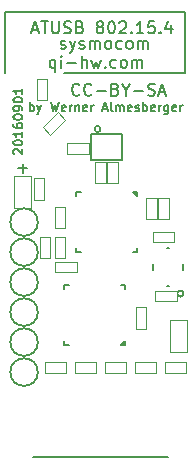
<source format=gbr>
G04 #@! TF.FileFunction,Legend,Top*
%FSLAX46Y46*%
G04 Gerber Fmt 4.6, Leading zero omitted, Abs format (unit mm)*
G04 Created by KiCad (PCBNEW 4.1.0-alpha+201608211231+7083~46~ubuntu16.04.1-product) date Thu Sep  1 10:22:21 2016*
%MOMM*%
%LPD*%
G01*
G04 APERTURE LIST*
%ADD10C,0.100000*%
%ADD11C,0.177800*%
%ADD12C,0.127000*%
%ADD13C,0.152400*%
%ADD14C,0.076200*%
%ADD15O,2.001520X2.001520*%
%ADD16R,0.800100X0.347980*%
%ADD17R,0.800100X0.345440*%
%ADD18R,0.899160X0.701040*%
%ADD19R,0.599440X0.500380*%
%ADD20R,0.500380X0.599440*%
%ADD21R,1.201420X2.202180*%
%ADD22R,1.198880X2.202180*%
%ADD23O,1.998980X4.998720*%
%ADD24C,1.150620*%
%ADD25O,1.524000X1.524000*%
%ADD26R,0.688340X0.261620*%
%ADD27R,0.688340X0.259080*%
%ADD28R,0.261620X0.688340*%
%ADD29R,0.259080X0.688340*%
%ADD30R,3.698240X3.698240*%
%ADD31R,3.398520X3.398520*%
%ADD32R,1.201420X1.399540*%
G04 APERTURE END LIST*
D10*
D11*
X4745666Y34533762D02*
X4842428Y34485381D01*
X5035952Y34485381D01*
X5132714Y34533762D01*
X5181095Y34630524D01*
X5181095Y34678905D01*
X5132714Y34775667D01*
X5035952Y34824048D01*
X4890809Y34824048D01*
X4794047Y34872429D01*
X4745666Y34969191D01*
X4745666Y35017572D01*
X4794047Y35114334D01*
X4890809Y35162715D01*
X5035952Y35162715D01*
X5132714Y35114334D01*
X5519761Y35162715D02*
X5761666Y34485381D01*
X6003571Y35162715D02*
X5761666Y34485381D01*
X5664904Y34243477D01*
X5616523Y34195096D01*
X5519761Y34146715D01*
X6342238Y34533762D02*
X6439000Y34485381D01*
X6632523Y34485381D01*
X6729285Y34533762D01*
X6777666Y34630524D01*
X6777666Y34678905D01*
X6729285Y34775667D01*
X6632523Y34824048D01*
X6487380Y34824048D01*
X6390619Y34872429D01*
X6342238Y34969191D01*
X6342238Y35017572D01*
X6390619Y35114334D01*
X6487380Y35162715D01*
X6632523Y35162715D01*
X6729285Y35114334D01*
X7213095Y34485381D02*
X7213095Y35162715D01*
X7213095Y35065953D02*
X7261476Y35114334D01*
X7358238Y35162715D01*
X7503380Y35162715D01*
X7600142Y35114334D01*
X7648523Y35017572D01*
X7648523Y34485381D01*
X7648523Y35017572D02*
X7696904Y35114334D01*
X7793666Y35162715D01*
X7938809Y35162715D01*
X8035571Y35114334D01*
X8083952Y35017572D01*
X8083952Y34485381D01*
X8712904Y34485381D02*
X8616142Y34533762D01*
X8567761Y34582143D01*
X8519380Y34678905D01*
X8519380Y34969191D01*
X8567761Y35065953D01*
X8616142Y35114334D01*
X8712904Y35162715D01*
X8858047Y35162715D01*
X8954809Y35114334D01*
X9003190Y35065953D01*
X9051571Y34969191D01*
X9051571Y34678905D01*
X9003190Y34582143D01*
X8954809Y34533762D01*
X8858047Y34485381D01*
X8712904Y34485381D01*
X9922428Y34533762D02*
X9825666Y34485381D01*
X9632142Y34485381D01*
X9535380Y34533762D01*
X9487000Y34582143D01*
X9438619Y34678905D01*
X9438619Y34969191D01*
X9487000Y35065953D01*
X9535380Y35114334D01*
X9632142Y35162715D01*
X9825666Y35162715D01*
X9922428Y35114334D01*
X10503000Y34485381D02*
X10406238Y34533762D01*
X10357857Y34582143D01*
X10309476Y34678905D01*
X10309476Y34969191D01*
X10357857Y35065953D01*
X10406238Y35114334D01*
X10503000Y35162715D01*
X10648142Y35162715D01*
X10744904Y35114334D01*
X10793285Y35065953D01*
X10841666Y34969191D01*
X10841666Y34678905D01*
X10793285Y34582143D01*
X10744904Y34533762D01*
X10648142Y34485381D01*
X10503000Y34485381D01*
X11277095Y34485381D02*
X11277095Y35162715D01*
X11277095Y35065953D02*
X11325476Y35114334D01*
X11422238Y35162715D01*
X11567380Y35162715D01*
X11664142Y35114334D01*
X11712523Y35017572D01*
X11712523Y34485381D01*
X11712523Y35017572D02*
X11760904Y35114334D01*
X11857666Y35162715D01*
X12002809Y35162715D01*
X12099571Y35114334D01*
X12147952Y35017572D01*
X12147952Y34485381D01*
D12*
X1143000Y24384000D02*
X1905000Y24384000D01*
X1524000Y24003000D02*
X1524000Y24765000D01*
X8128000Y27686000D02*
G75*
G03X8128000Y27686000I-254000J0D01*
G01*
D13*
X2147388Y29200566D02*
X2147388Y29962566D01*
X2147388Y29672280D02*
X2219960Y29708566D01*
X2365102Y29708566D01*
X2437674Y29672280D01*
X2473960Y29635995D01*
X2510245Y29563423D01*
X2510245Y29345709D01*
X2473960Y29273138D01*
X2437674Y29236852D01*
X2365102Y29200566D01*
X2219960Y29200566D01*
X2147388Y29236852D01*
X2764245Y29708566D02*
X2945674Y29200566D01*
X3127102Y29708566D02*
X2945674Y29200566D01*
X2873102Y29019138D01*
X2836817Y28982852D01*
X2764245Y28946566D01*
X3925388Y29962566D02*
X4106817Y29200566D01*
X4251960Y29744852D01*
X4397102Y29200566D01*
X4578531Y29962566D01*
X5159102Y29236852D02*
X5086531Y29200566D01*
X4941388Y29200566D01*
X4868817Y29236852D01*
X4832531Y29309423D01*
X4832531Y29599709D01*
X4868817Y29672280D01*
X4941388Y29708566D01*
X5086531Y29708566D01*
X5159102Y29672280D01*
X5195388Y29599709D01*
X5195388Y29527138D01*
X4832531Y29454566D01*
X5521960Y29200566D02*
X5521960Y29708566D01*
X5521960Y29563423D02*
X5558245Y29635995D01*
X5594531Y29672280D01*
X5667102Y29708566D01*
X5739674Y29708566D01*
X5993674Y29708566D02*
X5993674Y29200566D01*
X5993674Y29635995D02*
X6029960Y29672280D01*
X6102531Y29708566D01*
X6211388Y29708566D01*
X6283960Y29672280D01*
X6320245Y29599709D01*
X6320245Y29200566D01*
X6973388Y29236852D02*
X6900817Y29200566D01*
X6755674Y29200566D01*
X6683102Y29236852D01*
X6646817Y29309423D01*
X6646817Y29599709D01*
X6683102Y29672280D01*
X6755674Y29708566D01*
X6900817Y29708566D01*
X6973388Y29672280D01*
X7009674Y29599709D01*
X7009674Y29527138D01*
X6646817Y29454566D01*
X7336245Y29200566D02*
X7336245Y29708566D01*
X7336245Y29563423D02*
X7372531Y29635995D01*
X7408817Y29672280D01*
X7481388Y29708566D01*
X7553960Y29708566D01*
X8352245Y29418280D02*
X8715102Y29418280D01*
X8279674Y29200566D02*
X8533674Y29962566D01*
X8787674Y29200566D01*
X9150531Y29200566D02*
X9077960Y29236852D01*
X9041674Y29309423D01*
X9041674Y29962566D01*
X9440817Y29200566D02*
X9440817Y29708566D01*
X9440817Y29635995D02*
X9477102Y29672280D01*
X9549674Y29708566D01*
X9658531Y29708566D01*
X9731102Y29672280D01*
X9767388Y29599709D01*
X9767388Y29200566D01*
X9767388Y29599709D02*
X9803674Y29672280D01*
X9876245Y29708566D01*
X9985102Y29708566D01*
X10057674Y29672280D01*
X10093960Y29599709D01*
X10093960Y29200566D01*
X10747102Y29236852D02*
X10674531Y29200566D01*
X10529388Y29200566D01*
X10456817Y29236852D01*
X10420531Y29309423D01*
X10420531Y29599709D01*
X10456817Y29672280D01*
X10529388Y29708566D01*
X10674531Y29708566D01*
X10747102Y29672280D01*
X10783388Y29599709D01*
X10783388Y29527138D01*
X10420531Y29454566D01*
X11073674Y29236852D02*
X11146245Y29200566D01*
X11291388Y29200566D01*
X11363960Y29236852D01*
X11400245Y29309423D01*
X11400245Y29345709D01*
X11363960Y29418280D01*
X11291388Y29454566D01*
X11182531Y29454566D01*
X11109960Y29490852D01*
X11073674Y29563423D01*
X11073674Y29599709D01*
X11109960Y29672280D01*
X11182531Y29708566D01*
X11291388Y29708566D01*
X11363960Y29672280D01*
X11726817Y29200566D02*
X11726817Y29962566D01*
X11726817Y29672280D02*
X11799388Y29708566D01*
X11944531Y29708566D01*
X12017102Y29672280D01*
X12053388Y29635995D01*
X12089674Y29563423D01*
X12089674Y29345709D01*
X12053388Y29273138D01*
X12017102Y29236852D01*
X11944531Y29200566D01*
X11799388Y29200566D01*
X11726817Y29236852D01*
X12706531Y29236852D02*
X12633960Y29200566D01*
X12488817Y29200566D01*
X12416245Y29236852D01*
X12379960Y29309423D01*
X12379960Y29599709D01*
X12416245Y29672280D01*
X12488817Y29708566D01*
X12633960Y29708566D01*
X12706531Y29672280D01*
X12742817Y29599709D01*
X12742817Y29527138D01*
X12379960Y29454566D01*
X13069388Y29200566D02*
X13069388Y29708566D01*
X13069388Y29563423D02*
X13105674Y29635995D01*
X13141960Y29672280D01*
X13214531Y29708566D01*
X13287102Y29708566D01*
X13867674Y29708566D02*
X13867674Y29091709D01*
X13831388Y29019138D01*
X13795102Y28982852D01*
X13722531Y28946566D01*
X13613674Y28946566D01*
X13541102Y28982852D01*
X13867674Y29236852D02*
X13795102Y29200566D01*
X13649960Y29200566D01*
X13577388Y29236852D01*
X13541102Y29273138D01*
X13504817Y29345709D01*
X13504817Y29563423D01*
X13541102Y29635995D01*
X13577388Y29672280D01*
X13649960Y29708566D01*
X13795102Y29708566D01*
X13867674Y29672280D01*
X14520817Y29236852D02*
X14448245Y29200566D01*
X14303102Y29200566D01*
X14230531Y29236852D01*
X14194245Y29309423D01*
X14194245Y29599709D01*
X14230531Y29672280D01*
X14303102Y29708566D01*
X14448245Y29708566D01*
X14520817Y29672280D01*
X14557102Y29599709D01*
X14557102Y29527138D01*
X14194245Y29454566D01*
X14883674Y29200566D02*
X14883674Y29708566D01*
X14883674Y29563423D02*
X14919960Y29635995D01*
X14956245Y29672280D01*
X15028817Y29708566D01*
X15101388Y29708566D01*
D11*
X6337904Y30625143D02*
X6289523Y30576762D01*
X6144380Y30528381D01*
X6047619Y30528381D01*
X5902476Y30576762D01*
X5805714Y30673524D01*
X5757333Y30770286D01*
X5708952Y30963810D01*
X5708952Y31108953D01*
X5757333Y31302477D01*
X5805714Y31399239D01*
X5902476Y31496000D01*
X6047619Y31544381D01*
X6144380Y31544381D01*
X6289523Y31496000D01*
X6337904Y31447620D01*
X7353904Y30625143D02*
X7305523Y30576762D01*
X7160380Y30528381D01*
X7063619Y30528381D01*
X6918476Y30576762D01*
X6821714Y30673524D01*
X6773333Y30770286D01*
X6724952Y30963810D01*
X6724952Y31108953D01*
X6773333Y31302477D01*
X6821714Y31399239D01*
X6918476Y31496000D01*
X7063619Y31544381D01*
X7160380Y31544381D01*
X7305523Y31496000D01*
X7353904Y31447620D01*
X7789333Y30915429D02*
X8563428Y30915429D01*
X9385904Y31060572D02*
X9531047Y31012191D01*
X9579428Y30963810D01*
X9627809Y30867048D01*
X9627809Y30721905D01*
X9579428Y30625143D01*
X9531047Y30576762D01*
X9434285Y30528381D01*
X9047238Y30528381D01*
X9047238Y31544381D01*
X9385904Y31544381D01*
X9482666Y31496000D01*
X9531047Y31447620D01*
X9579428Y31350858D01*
X9579428Y31254096D01*
X9531047Y31157334D01*
X9482666Y31108953D01*
X9385904Y31060572D01*
X9047238Y31060572D01*
X10256761Y31012191D02*
X10256761Y30528381D01*
X9918095Y31544381D02*
X10256761Y31012191D01*
X10595428Y31544381D01*
X10934095Y30915429D02*
X11708190Y30915429D01*
X12143619Y30576762D02*
X12288761Y30528381D01*
X12530666Y30528381D01*
X12627428Y30576762D01*
X12675809Y30625143D01*
X12724190Y30721905D01*
X12724190Y30818667D01*
X12675809Y30915429D01*
X12627428Y30963810D01*
X12530666Y31012191D01*
X12337142Y31060572D01*
X12240380Y31108953D01*
X12192000Y31157334D01*
X12143619Y31254096D01*
X12143619Y31350858D01*
X12192000Y31447620D01*
X12240380Y31496000D01*
X12337142Y31544381D01*
X12579047Y31544381D01*
X12724190Y31496000D01*
X13111238Y30818667D02*
X13595047Y30818667D01*
X13014476Y30528381D02*
X13353142Y31544381D01*
X13691809Y30528381D01*
X4311761Y33562715D02*
X4311761Y32546715D01*
X4311761Y32933762D02*
X4215000Y32885381D01*
X4021476Y32885381D01*
X3924714Y32933762D01*
X3876333Y32982143D01*
X3827952Y33078905D01*
X3827952Y33369191D01*
X3876333Y33465953D01*
X3924714Y33514334D01*
X4021476Y33562715D01*
X4215000Y33562715D01*
X4311761Y33514334D01*
X4795571Y32885381D02*
X4795571Y33562715D01*
X4795571Y33901381D02*
X4747190Y33853000D01*
X4795571Y33804620D01*
X4843952Y33853000D01*
X4795571Y33901381D01*
X4795571Y33804620D01*
X5279380Y33272429D02*
X6053476Y33272429D01*
X6537285Y32885381D02*
X6537285Y33901381D01*
X6972714Y32885381D02*
X6972714Y33417572D01*
X6924333Y33514334D01*
X6827571Y33562715D01*
X6682428Y33562715D01*
X6585666Y33514334D01*
X6537285Y33465953D01*
X7359761Y33562715D02*
X7553285Y32885381D01*
X7746809Y33369191D01*
X7940333Y32885381D01*
X8133857Y33562715D01*
X8520904Y32982143D02*
X8569285Y32933762D01*
X8520904Y32885381D01*
X8472523Y32933762D01*
X8520904Y32982143D01*
X8520904Y32885381D01*
X9440142Y32933762D02*
X9343380Y32885381D01*
X9149857Y32885381D01*
X9053095Y32933762D01*
X9004714Y32982143D01*
X8956333Y33078905D01*
X8956333Y33369191D01*
X9004714Y33465953D01*
X9053095Y33514334D01*
X9149857Y33562715D01*
X9343380Y33562715D01*
X9440142Y33514334D01*
X10020714Y32885381D02*
X9923952Y32933762D01*
X9875571Y32982143D01*
X9827190Y33078905D01*
X9827190Y33369191D01*
X9875571Y33465953D01*
X9923952Y33514334D01*
X10020714Y33562715D01*
X10165857Y33562715D01*
X10262619Y33514334D01*
X10311000Y33465953D01*
X10359380Y33369191D01*
X10359380Y33078905D01*
X10311000Y32982143D01*
X10262619Y32933762D01*
X10165857Y32885381D01*
X10020714Y32885381D01*
X10794809Y32885381D02*
X10794809Y33562715D01*
X10794809Y33465953D02*
X10843190Y33514334D01*
X10939952Y33562715D01*
X11085095Y33562715D01*
X11181857Y33514334D01*
X11230238Y33417572D01*
X11230238Y32885381D01*
X11230238Y33417572D02*
X11278619Y33514334D01*
X11375380Y33562715D01*
X11520523Y33562715D01*
X11617285Y33514334D01*
X11665666Y33417572D01*
X11665666Y32885381D01*
X2328333Y36075667D02*
X2812142Y36075667D01*
X2231571Y35785381D02*
X2570238Y36801381D01*
X2908904Y35785381D01*
X3102428Y36801381D02*
X3683000Y36801381D01*
X3392714Y35785381D02*
X3392714Y36801381D01*
X4021666Y36801381D02*
X4021666Y35978905D01*
X4070047Y35882143D01*
X4118428Y35833762D01*
X4215190Y35785381D01*
X4408714Y35785381D01*
X4505476Y35833762D01*
X4553857Y35882143D01*
X4602238Y35978905D01*
X4602238Y36801381D01*
X5037666Y35833762D02*
X5182809Y35785381D01*
X5424714Y35785381D01*
X5521476Y35833762D01*
X5569857Y35882143D01*
X5618238Y35978905D01*
X5618238Y36075667D01*
X5569857Y36172429D01*
X5521476Y36220810D01*
X5424714Y36269191D01*
X5231190Y36317572D01*
X5134428Y36365953D01*
X5086047Y36414334D01*
X5037666Y36511096D01*
X5037666Y36607858D01*
X5086047Y36704620D01*
X5134428Y36753000D01*
X5231190Y36801381D01*
X5473095Y36801381D01*
X5618238Y36753000D01*
X6392333Y36317572D02*
X6537476Y36269191D01*
X6585857Y36220810D01*
X6634238Y36124048D01*
X6634238Y35978905D01*
X6585857Y35882143D01*
X6537476Y35833762D01*
X6440714Y35785381D01*
X6053666Y35785381D01*
X6053666Y36801381D01*
X6392333Y36801381D01*
X6489095Y36753000D01*
X6537476Y36704620D01*
X6585857Y36607858D01*
X6585857Y36511096D01*
X6537476Y36414334D01*
X6489095Y36365953D01*
X6392333Y36317572D01*
X6053666Y36317572D01*
X7988904Y36365953D02*
X7892142Y36414334D01*
X7843761Y36462715D01*
X7795380Y36559477D01*
X7795380Y36607858D01*
X7843761Y36704620D01*
X7892142Y36753000D01*
X7988904Y36801381D01*
X8182428Y36801381D01*
X8279190Y36753000D01*
X8327571Y36704620D01*
X8375952Y36607858D01*
X8375952Y36559477D01*
X8327571Y36462715D01*
X8279190Y36414334D01*
X8182428Y36365953D01*
X7988904Y36365953D01*
X7892142Y36317572D01*
X7843761Y36269191D01*
X7795380Y36172429D01*
X7795380Y35978905D01*
X7843761Y35882143D01*
X7892142Y35833762D01*
X7988904Y35785381D01*
X8182428Y35785381D01*
X8279190Y35833762D01*
X8327571Y35882143D01*
X8375952Y35978905D01*
X8375952Y36172429D01*
X8327571Y36269191D01*
X8279190Y36317572D01*
X8182428Y36365953D01*
X9004904Y36801381D02*
X9101666Y36801381D01*
X9198428Y36753000D01*
X9246809Y36704620D01*
X9295190Y36607858D01*
X9343571Y36414334D01*
X9343571Y36172429D01*
X9295190Y35978905D01*
X9246809Y35882143D01*
X9198428Y35833762D01*
X9101666Y35785381D01*
X9004904Y35785381D01*
X8908142Y35833762D01*
X8859761Y35882143D01*
X8811380Y35978905D01*
X8763000Y36172429D01*
X8763000Y36414334D01*
X8811380Y36607858D01*
X8859761Y36704620D01*
X8908142Y36753000D01*
X9004904Y36801381D01*
X9730619Y36704620D02*
X9779000Y36753000D01*
X9875761Y36801381D01*
X10117666Y36801381D01*
X10214428Y36753000D01*
X10262809Y36704620D01*
X10311190Y36607858D01*
X10311190Y36511096D01*
X10262809Y36365953D01*
X9682238Y35785381D01*
X10311190Y35785381D01*
X10746619Y35882143D02*
X10795000Y35833762D01*
X10746619Y35785381D01*
X10698238Y35833762D01*
X10746619Y35882143D01*
X10746619Y35785381D01*
X11762619Y35785381D02*
X11182047Y35785381D01*
X11472333Y35785381D02*
X11472333Y36801381D01*
X11375571Y36656239D01*
X11278809Y36559477D01*
X11182047Y36511096D01*
X12681857Y36801381D02*
X12198047Y36801381D01*
X12149666Y36317572D01*
X12198047Y36365953D01*
X12294809Y36414334D01*
X12536714Y36414334D01*
X12633476Y36365953D01*
X12681857Y36317572D01*
X12730238Y36220810D01*
X12730238Y35978905D01*
X12681857Y35882143D01*
X12633476Y35833762D01*
X12536714Y35785381D01*
X12294809Y35785381D01*
X12198047Y35833762D01*
X12149666Y35882143D01*
X13165666Y35882143D02*
X13214047Y35833762D01*
X13165666Y35785381D01*
X13117285Y35833762D01*
X13165666Y35882143D01*
X13165666Y35785381D01*
X14084904Y36462715D02*
X14084904Y35785381D01*
X13843000Y36849762D02*
X13601095Y36124048D01*
X14230047Y36124048D01*
X826225Y25586146D02*
X789940Y25622432D01*
X753654Y25695003D01*
X753654Y25876432D01*
X789940Y25949003D01*
X826225Y25985289D01*
X898797Y26021575D01*
X971368Y26021575D01*
X1080225Y25985289D01*
X1515654Y25549860D01*
X1515654Y26021575D01*
X753654Y26493289D02*
X753654Y26565860D01*
X789940Y26638432D01*
X826225Y26674718D01*
X898797Y26711003D01*
X1043940Y26747289D01*
X1225368Y26747289D01*
X1370511Y26711003D01*
X1443082Y26674718D01*
X1479368Y26638432D01*
X1515654Y26565860D01*
X1515654Y26493289D01*
X1479368Y26420718D01*
X1443082Y26384432D01*
X1370511Y26348146D01*
X1225368Y26311860D01*
X1043940Y26311860D01*
X898797Y26348146D01*
X826225Y26384432D01*
X789940Y26420718D01*
X753654Y26493289D01*
X1515654Y27473003D02*
X1515654Y27037575D01*
X1515654Y27255289D02*
X753654Y27255289D01*
X862511Y27182718D01*
X935082Y27110146D01*
X971368Y27037575D01*
X753654Y28126146D02*
X753654Y27981003D01*
X789940Y27908432D01*
X826225Y27872146D01*
X935082Y27799575D01*
X1080225Y27763289D01*
X1370511Y27763289D01*
X1443082Y27799575D01*
X1479368Y27835860D01*
X1515654Y27908432D01*
X1515654Y28053575D01*
X1479368Y28126146D01*
X1443082Y28162432D01*
X1370511Y28198718D01*
X1189082Y28198718D01*
X1116511Y28162432D01*
X1080225Y28126146D01*
X1043940Y28053575D01*
X1043940Y27908432D01*
X1080225Y27835860D01*
X1116511Y27799575D01*
X1189082Y27763289D01*
X753654Y28670432D02*
X753654Y28743003D01*
X789940Y28815575D01*
X826225Y28851860D01*
X898797Y28888146D01*
X1043940Y28924432D01*
X1225368Y28924432D01*
X1370511Y28888146D01*
X1443082Y28851860D01*
X1479368Y28815575D01*
X1515654Y28743003D01*
X1515654Y28670432D01*
X1479368Y28597860D01*
X1443082Y28561575D01*
X1370511Y28525289D01*
X1225368Y28489003D01*
X1043940Y28489003D01*
X898797Y28525289D01*
X826225Y28561575D01*
X789940Y28597860D01*
X753654Y28670432D01*
X1515654Y29287289D02*
X1515654Y29432432D01*
X1479368Y29505003D01*
X1443082Y29541289D01*
X1334225Y29613860D01*
X1189082Y29650146D01*
X898797Y29650146D01*
X826225Y29613860D01*
X789940Y29577575D01*
X753654Y29505003D01*
X753654Y29359860D01*
X789940Y29287289D01*
X826225Y29251003D01*
X898797Y29214718D01*
X1080225Y29214718D01*
X1152797Y29251003D01*
X1189082Y29287289D01*
X1225368Y29359860D01*
X1225368Y29505003D01*
X1189082Y29577575D01*
X1152797Y29613860D01*
X1080225Y29650146D01*
X753654Y30121860D02*
X753654Y30194432D01*
X789940Y30267003D01*
X826225Y30303289D01*
X898797Y30339575D01*
X1043940Y30375860D01*
X1225368Y30375860D01*
X1370511Y30339575D01*
X1443082Y30303289D01*
X1479368Y30267003D01*
X1515654Y30194432D01*
X1515654Y30121860D01*
X1479368Y30049289D01*
X1443082Y30013003D01*
X1370511Y29976718D01*
X1225368Y29940432D01*
X1043940Y29940432D01*
X898797Y29976718D01*
X826225Y30013003D01*
X789940Y30049289D01*
X753654Y30121860D01*
X1515654Y31101575D02*
X1515654Y30666146D01*
X1515654Y30883860D02*
X753654Y30883860D01*
X862511Y30811289D01*
X935082Y30738718D01*
X971368Y30666146D01*
D12*
X66040Y32402780D02*
X66040Y37602160D01*
X15265400Y37602160D02*
X66040Y37602160D01*
X15265400Y37602160D02*
X15265400Y32402780D01*
X15265400Y32402780D02*
X5064760Y32402780D01*
X9961880Y25036780D02*
X7310120Y25036780D01*
X7310120Y25036780D02*
X7310120Y27287220D01*
X7310120Y27287220D02*
X9961880Y27287220D01*
X9961880Y27287220D02*
X9961880Y25036780D01*
D14*
X15430500Y8811260D02*
X14033500Y8811260D01*
X14033500Y8811260D02*
X14033500Y11508740D01*
X14033500Y11508740D02*
X15430500Y11508740D01*
X15430500Y11508740D02*
X15430500Y8811260D01*
X11107420Y12583160D02*
X12006580Y12583160D01*
X12006580Y12583160D02*
X12006580Y10784840D01*
X12006580Y10784840D02*
X11107420Y10784840D01*
X11107420Y10784840D02*
X11107420Y12583160D01*
X7122160Y26484580D02*
X7122160Y25585420D01*
X7122160Y25585420D02*
X5323840Y25585420D01*
X5323840Y25585420D02*
X5323840Y26484580D01*
X5323840Y26484580D02*
X7122160Y26484580D01*
X7678420Y24902160D02*
X8577580Y24902160D01*
X8577580Y24902160D02*
X8577580Y23103840D01*
X8577580Y23103840D02*
X7678420Y23103840D01*
X7678420Y23103840D02*
X7678420Y24902160D01*
X8694420Y24902160D02*
X9593580Y24902160D01*
X9593580Y24902160D02*
X9593580Y23103840D01*
X9593580Y23103840D02*
X8694420Y23103840D01*
X8694420Y23103840D02*
X8694420Y24902160D01*
X4249420Y18552160D02*
X5148580Y18552160D01*
X5148580Y18552160D02*
X5148580Y16753840D01*
X5148580Y16753840D02*
X4249420Y16753840D01*
X4249420Y16753840D02*
X4249420Y18552160D01*
X11996420Y21854160D02*
X12895580Y21854160D01*
X12895580Y21854160D02*
X12895580Y20055840D01*
X12895580Y20055840D02*
X11996420Y20055840D01*
X11996420Y20055840D02*
X11996420Y21854160D01*
X5148580Y19293840D02*
X4249420Y19293840D01*
X4249420Y19293840D02*
X4249420Y21092160D01*
X4249420Y21092160D02*
X5148580Y21092160D01*
X5148580Y21092160D02*
X5148580Y19293840D01*
X13911580Y20055840D02*
X13012420Y20055840D01*
X13012420Y20055840D02*
X13012420Y21854160D01*
X13012420Y21854160D02*
X13911580Y21854160D01*
X13911580Y21854160D02*
X13911580Y20055840D01*
X12562840Y18092420D02*
X12562840Y18991580D01*
X12562840Y18991580D02*
X14361160Y18991580D01*
X14361160Y18991580D02*
X14361160Y18092420D01*
X14361160Y18092420D02*
X12562840Y18092420D01*
X14570160Y13994580D02*
X14570160Y13095420D01*
X14570160Y13095420D02*
X12771840Y13095420D01*
X12771840Y13095420D02*
X12771840Y13994580D01*
X12771840Y13994580D02*
X14570160Y13994580D01*
X4488901Y29098703D02*
X5124703Y28462901D01*
X5124703Y28462901D02*
X3853099Y27191297D01*
X3853099Y27191297D02*
X3217297Y27827099D01*
X3217297Y27827099D02*
X4488901Y29098703D01*
X3878580Y16753840D02*
X2979420Y16753840D01*
X2979420Y16753840D02*
X2979420Y18552160D01*
X2979420Y18552160D02*
X3878580Y18552160D01*
X3878580Y18552160D02*
X3878580Y16753840D01*
D12*
X2428240Y-81280D02*
X13827760Y-81280D01*
D14*
X825500Y23700740D02*
X2222500Y23700740D01*
X2222500Y23700740D02*
X2222500Y21003260D01*
X2222500Y21003260D02*
X825500Y21003260D01*
X825500Y21003260D02*
X825500Y23700740D01*
D12*
X2816860Y7112000D02*
G75*
G03X2816860Y7112000I-1165860J0D01*
G01*
X2816860Y9652000D02*
G75*
G03X2816860Y9652000I-1165860J0D01*
G01*
X2816860Y12192000D02*
G75*
G03X2816860Y12192000I-1165860J0D01*
G01*
X2816860Y14732000D02*
G75*
G03X2816860Y14732000I-1165860J0D01*
G01*
X2816860Y17272000D02*
G75*
G03X2816860Y17272000I-1165860J0D01*
G01*
X2816860Y19812000D02*
G75*
G03X2816860Y19812000I-1165860J0D01*
G01*
D14*
X2471420Y23505160D02*
X3370580Y23505160D01*
X3370580Y23505160D02*
X3370580Y21706840D01*
X3370580Y21706840D02*
X2471420Y21706840D01*
X2471420Y21706840D02*
X2471420Y23505160D01*
X2725420Y31944160D02*
X3624580Y31944160D01*
X3624580Y31944160D02*
X3624580Y30145840D01*
X3624580Y30145840D02*
X2725420Y30145840D01*
X2725420Y30145840D02*
X2725420Y31944160D01*
X5958840Y7043420D02*
X5958840Y7942580D01*
X5958840Y7942580D02*
X7757160Y7942580D01*
X7757160Y7942580D02*
X7757160Y7043420D01*
X7757160Y7043420D02*
X5958840Y7043420D01*
X8498840Y7043420D02*
X8498840Y7942580D01*
X8498840Y7942580D02*
X10297160Y7942580D01*
X10297160Y7942580D02*
X10297160Y7043420D01*
X10297160Y7043420D02*
X8498840Y7043420D01*
X6106160Y16451580D02*
X6106160Y15552420D01*
X6106160Y15552420D02*
X4307840Y15552420D01*
X4307840Y15552420D02*
X4307840Y16451580D01*
X4307840Y16451580D02*
X6106160Y16451580D01*
D12*
X10167620Y9390380D02*
X9824720Y9390380D01*
X10167620Y9390380D02*
X10167620Y9733280D01*
X10167620Y9733280D02*
X9824720Y9390380D01*
X10167620Y14485620D02*
X10167620Y14142720D01*
X10167620Y14485620D02*
X9824720Y14485620D01*
X9824720Y14485620D02*
X9824720Y14485620D01*
X5072380Y14485620D02*
X5415280Y14485620D01*
X5072380Y14485620D02*
X5072380Y14142720D01*
X5072380Y14142720D02*
X5072380Y14142720D01*
X5072380Y9390380D02*
X5072380Y9733280D01*
X5072380Y9390380D02*
X5415280Y9390380D01*
X5415280Y9390380D02*
X5415280Y9390380D01*
X11183620Y22359620D02*
X11183620Y22016720D01*
X11183620Y22359620D02*
X10840720Y22359620D01*
X10840720Y22359620D02*
X11183620Y22016720D01*
X6088380Y22359620D02*
X6431280Y22359620D01*
X6088380Y22359620D02*
X6088380Y22016720D01*
X6088380Y22016720D02*
X6088380Y22016720D01*
X6088380Y17264380D02*
X6088380Y17607280D01*
X6088380Y17264380D02*
X6431280Y17264380D01*
X6431280Y17264380D02*
X6431280Y17264380D01*
X11183620Y17264380D02*
X10840720Y17264380D01*
X11183620Y17264380D02*
X11183620Y17607280D01*
X11183620Y17607280D02*
X11183620Y17607280D01*
D14*
X5217160Y7942580D02*
X5217160Y7043420D01*
X5217160Y7043420D02*
X3418840Y7043420D01*
X3418840Y7043420D02*
X3418840Y7942580D01*
X3418840Y7942580D02*
X5217160Y7942580D01*
X11038840Y7043420D02*
X11038840Y7942580D01*
X11038840Y7942580D02*
X12837160Y7942580D01*
X12837160Y7942580D02*
X12837160Y7043420D01*
X12837160Y7043420D02*
X11038840Y7043420D01*
X13578840Y7043420D02*
X13578840Y7942580D01*
X13578840Y7942580D02*
X15377160Y7942580D01*
X15377160Y7942580D02*
X15377160Y7043420D01*
X15377160Y7043420D02*
X13578840Y7043420D01*
D12*
X15148560Y13756640D02*
G75*
G03X15148560Y13756640I-254000J0D01*
G01*
X12593320Y15730220D02*
X12593320Y16273780D01*
X15092680Y15730220D02*
X15092680Y16273780D01*
X13914120Y14404340D02*
X13771880Y14404340D01*
X13914120Y17599660D02*
X13771880Y17599660D01*
%LPC*%
D15*
X8128000Y2667000D03*
X15113000Y23368000D03*
D16*
X7838440Y26809700D03*
D17*
X7838440Y26162000D03*
D16*
X7838440Y25514300D03*
X9433560Y25514300D03*
D17*
X9433560Y26162000D03*
D16*
X9433560Y26809700D03*
D18*
X14732000Y9410700D03*
X14732000Y10909300D03*
D19*
X11557000Y12181840D03*
X11557000Y11186160D03*
D20*
X6720840Y26035000D03*
X5725160Y26035000D03*
D19*
X8128000Y24500840D03*
X8128000Y23505160D03*
X9144000Y24500840D03*
X9144000Y23505160D03*
X4699000Y18150840D03*
X4699000Y17155160D03*
X12446000Y21452840D03*
X12446000Y20457160D03*
X4699000Y19695160D03*
X4699000Y20690840D03*
X13462000Y20457160D03*
X13462000Y21452840D03*
D20*
X12964160Y18542000D03*
X13959840Y18542000D03*
X14168840Y13545000D03*
X13173160Y13545000D03*
D10*
G36*
X4488003Y28885871D02*
X4911871Y28462003D01*
X4558049Y28108181D01*
X4134181Y28532049D01*
X4488003Y28885871D01*
X4488003Y28885871D01*
G37*
G36*
X3783951Y28181819D02*
X4207819Y27757951D01*
X3853997Y27404129D01*
X3430129Y27827997D01*
X3783951Y28181819D01*
X3783951Y28181819D01*
G37*
D19*
X3429000Y17155160D03*
X3429000Y18150840D03*
D21*
X11625580Y5364480D03*
D22*
X9126220Y5364480D03*
X7129780Y5364480D03*
D21*
X4630420Y5364480D03*
D23*
X2430780Y2667000D03*
X13825220Y2667000D03*
D24*
X5880100Y2667000D03*
X10375900Y2667000D03*
D18*
X1524000Y23101300D03*
X1524000Y21602700D03*
D25*
X1651000Y7112000D03*
X1651000Y9652000D03*
X1651000Y12192000D03*
X1651000Y14732000D03*
X1651000Y17272000D03*
X1651000Y19812000D03*
D19*
X2921000Y23103840D03*
X2921000Y22108160D03*
X3175000Y31542840D03*
X3175000Y30547160D03*
D20*
X6360160Y7493000D03*
X7355840Y7493000D03*
X8900160Y7493000D03*
X9895840Y7493000D03*
X5704840Y16002000D03*
X4709160Y16002000D03*
D26*
X10167620Y10190480D03*
X10167620Y10690860D03*
D27*
X10167620Y11188700D03*
X10167620Y11689080D03*
X10167620Y12186920D03*
X10167620Y12687300D03*
D26*
X10167620Y13185140D03*
X10167620Y13685520D03*
D28*
X9367520Y14485620D03*
X8867140Y14485620D03*
D29*
X8369300Y14485620D03*
X7868920Y14485620D03*
X7371080Y14485620D03*
X6870700Y14485620D03*
D28*
X6372860Y14485620D03*
X5872480Y14485620D03*
D26*
X5072380Y13685520D03*
X5072380Y13185140D03*
D27*
X5072380Y12687300D03*
X5072380Y12186920D03*
X5072380Y11689080D03*
X5072380Y11188700D03*
D26*
X5072380Y10690860D03*
X5072380Y10190480D03*
D28*
X5872480Y9390380D03*
X6372860Y9390380D03*
D29*
X6870700Y9390380D03*
X7371080Y9390380D03*
X7868920Y9390380D03*
X8369300Y9390380D03*
D28*
X8867140Y9390380D03*
X9367520Y9390380D03*
D30*
X7620000Y11938000D03*
D28*
X10383520Y22359620D03*
X9883140Y22359620D03*
D29*
X9385300Y22359620D03*
X8884920Y22359620D03*
X8387080Y22359620D03*
X7886700Y22359620D03*
D28*
X7388860Y22359620D03*
X6888480Y22359620D03*
D26*
X6088380Y21559520D03*
X6088380Y21059140D03*
D27*
X6088380Y20561300D03*
X6088380Y20060920D03*
X6088380Y19563080D03*
X6088380Y19062700D03*
D26*
X6088380Y18564860D03*
X6088380Y18064480D03*
D28*
X6888480Y17264380D03*
X7388860Y17264380D03*
D29*
X7886700Y17264380D03*
X8387080Y17264380D03*
X8884920Y17264380D03*
X9385300Y17264380D03*
D28*
X9883140Y17264380D03*
X10383520Y17264380D03*
D26*
X11183620Y18064480D03*
X11183620Y18564860D03*
D27*
X11183620Y19062700D03*
X11183620Y19563080D03*
X11183620Y20060920D03*
X11183620Y20561300D03*
D26*
X11183620Y21059140D03*
X11183620Y21559520D03*
D31*
X8636000Y19812000D03*
D20*
X4815840Y7493000D03*
X3820160Y7493000D03*
X11440160Y7493000D03*
X12435840Y7493000D03*
X13980160Y7493000D03*
X14975840Y7493000D03*
D32*
X14640560Y14904720D03*
X14640560Y17099280D03*
X13045440Y17099280D03*
X13045440Y14904720D03*
M02*

</source>
